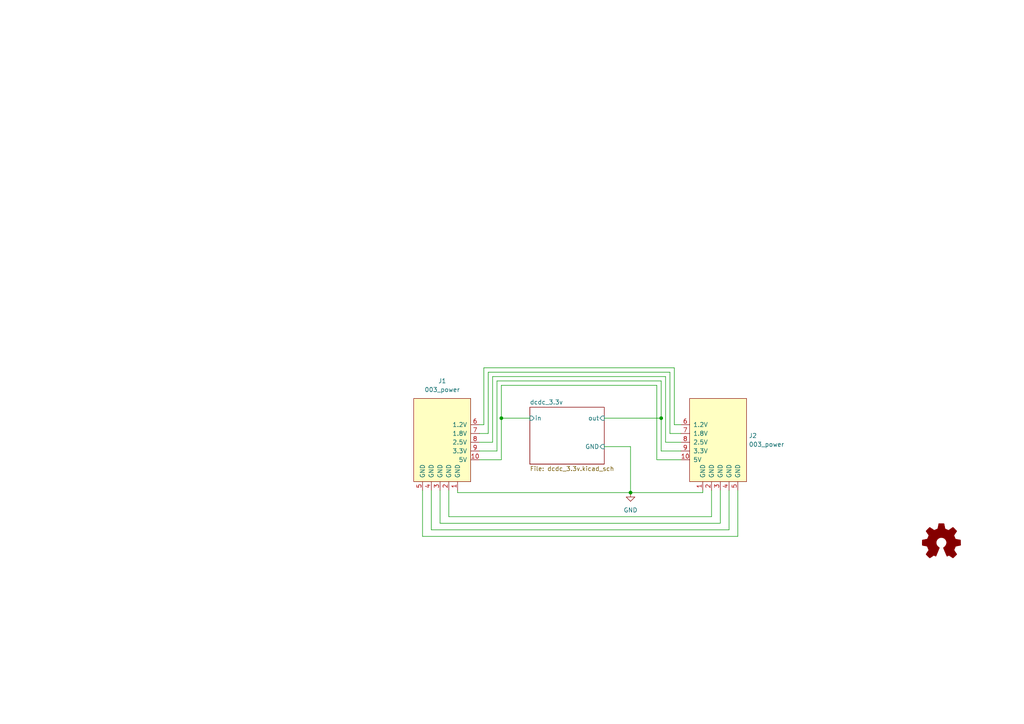
<source format=kicad_sch>
(kicad_sch (version 20211123) (generator eeschema)

  (uuid 57732dd3-1162-4c3f-88bd-31bf473d124d)

  (paper "A4")

  (lib_symbols
    (symbol "Graphic:Logo_Open_Hardware_Small" (pin_names (offset 1.016)) (in_bom yes) (on_board yes)
      (property "Reference" "#LOGO" (id 0) (at 0 6.985 0)
        (effects (font (size 1.27 1.27)) hide)
      )
      (property "Value" "Logo_Open_Hardware_Small" (id 1) (at 0 -5.715 0)
        (effects (font (size 1.27 1.27)) hide)
      )
      (property "Footprint" "" (id 2) (at 0 0 0)
        (effects (font (size 1.27 1.27)) hide)
      )
      (property "Datasheet" "~" (id 3) (at 0 0 0)
        (effects (font (size 1.27 1.27)) hide)
      )
      (property "ki_keywords" "Logo" (id 4) (at 0 0 0)
        (effects (font (size 1.27 1.27)) hide)
      )
      (property "ki_description" "Open Hardware logo, small" (id 5) (at 0 0 0)
        (effects (font (size 1.27 1.27)) hide)
      )
      (symbol "Logo_Open_Hardware_Small_0_1"
        (polyline
          (pts
            (xy 3.3528 -4.3434)
            (xy 3.302 -4.318)
            (xy 3.175 -4.2418)
            (xy 2.9972 -4.1148)
            (xy 2.7686 -3.9624)
            (xy 2.54 -3.81)
            (xy 2.3622 -3.7084)
            (xy 2.2352 -3.6068)
            (xy 2.1844 -3.5814)
            (xy 2.159 -3.6068)
            (xy 2.0574 -3.6576)
            (xy 1.905 -3.7338)
            (xy 1.8034 -3.7846)
            (xy 1.6764 -3.8354)
            (xy 1.6002 -3.8354)
            (xy 1.6002 -3.8354)
            (xy 1.5494 -3.7338)
            (xy 1.4732 -3.5306)
            (xy 1.3462 -3.302)
            (xy 1.2446 -3.0226)
            (xy 1.1176 -2.7178)
            (xy 0.9652 -2.413)
            (xy 0.8636 -2.1082)
            (xy 0.7366 -1.8288)
            (xy 0.6604 -1.6256)
            (xy 0.6096 -1.4732)
            (xy 0.5842 -1.397)
            (xy 0.5842 -1.397)
            (xy 0.6604 -1.3208)
            (xy 0.7874 -1.2446)
            (xy 1.0414 -1.016)
            (xy 1.2954 -0.6858)
            (xy 1.4478 -0.3302)
            (xy 1.524 0.0762)
            (xy 1.4732 0.4572)
            (xy 1.3208 0.8128)
            (xy 1.0668 1.143)
            (xy 0.762 1.3716)
            (xy 0.4064 1.524)
            (xy 0 1.5748)
            (xy -0.381 1.5494)
            (xy -0.7366 1.397)
            (xy -1.0668 1.143)
            (xy -1.2192 0.9906)
            (xy -1.397 0.6604)
            (xy -1.524 0.3048)
            (xy -1.524 0.2286)
            (xy -1.4986 -0.1778)
            (xy -1.397 -0.5334)
            (xy -1.1938 -0.8636)
            (xy -0.9144 -1.143)
            (xy -0.8636 -1.1684)
            (xy -0.7366 -1.27)
            (xy -0.635 -1.3462)
            (xy -0.5842 -1.397)
            (xy -1.0668 -2.5908)
            (xy -1.143 -2.794)
            (xy -1.2954 -3.1242)
            (xy -1.397 -3.4036)
            (xy -1.4986 -3.6322)
            (xy -1.5748 -3.7846)
            (xy -1.6002 -3.8354)
            (xy -1.6002 -3.8354)
            (xy -1.651 -3.8354)
            (xy -1.7272 -3.81)
            (xy -1.905 -3.7338)
            (xy -2.0066 -3.683)
            (xy -2.1336 -3.6068)
            (xy -2.2098 -3.5814)
            (xy -2.2606 -3.6068)
            (xy -2.3622 -3.683)
            (xy -2.54 -3.81)
            (xy -2.7686 -3.9624)
            (xy -2.9718 -4.0894)
            (xy -3.1496 -4.2164)
            (xy -3.302 -4.318)
            (xy -3.3528 -4.3434)
            (xy -3.3782 -4.3434)
            (xy -3.429 -4.318)
            (xy -3.5306 -4.2164)
            (xy -3.7084 -4.064)
            (xy -3.937 -3.8354)
            (xy -3.9624 -3.81)
            (xy -4.1656 -3.6068)
            (xy -4.318 -3.4544)
            (xy -4.4196 -3.3274)
            (xy -4.445 -3.2766)
            (xy -4.445 -3.2766)
            (xy -4.4196 -3.2258)
            (xy -4.318 -3.0734)
            (xy -4.2164 -2.8956)
            (xy -4.064 -2.667)
            (xy -3.6576 -2.0828)
            (xy -3.8862 -1.5494)
            (xy -3.937 -1.3716)
            (xy -4.0386 -1.1684)
            (xy -4.0894 -1.0414)
            (xy -4.1148 -0.9652)
            (xy -4.191 -0.9398)
            (xy -4.318 -0.9144)
            (xy -4.5466 -0.8636)
            (xy -4.8006 -0.8128)
            (xy -5.0546 -0.7874)
            (xy -5.2578 -0.7366)
            (xy -5.4356 -0.7112)
            (xy -5.5118 -0.6858)
            (xy -5.5118 -0.6858)
            (xy -5.5372 -0.635)
            (xy -5.5372 -0.5588)
            (xy -5.5372 -0.4318)
            (xy -5.5626 -0.2286)
            (xy -5.5626 0.0762)
            (xy -5.5626 0.127)
            (xy -5.5372 0.4064)
            (xy -5.5372 0.635)
            (xy -5.5372 0.762)
            (xy -5.5372 0.8382)
            (xy -5.5372 0.8382)
            (xy -5.461 0.8382)
            (xy -5.3086 0.889)
            (xy -5.08 0.9144)
            (xy -4.826 0.9652)
            (xy -4.8006 0.9906)
            (xy -4.5466 1.0414)
            (xy -4.318 1.0668)
            (xy -4.1656 1.1176)
            (xy -4.0894 1.143)
            (xy -4.0894 1.143)
            (xy -4.0386 1.2446)
            (xy -3.9624 1.4224)
            (xy -3.8608 1.6256)
            (xy -3.7846 1.8288)
            (xy -3.7084 2.0066)
            (xy -3.6576 2.159)
            (xy -3.6322 2.2098)
            (xy -3.6322 2.2098)
            (xy -3.683 2.286)
            (xy -3.7592 2.413)
            (xy -3.8862 2.5908)
            (xy -4.064 2.8194)
            (xy -4.064 2.8448)
            (xy -4.2164 3.0734)
            (xy -4.3434 3.2512)
            (xy -4.4196 3.3782)
            (xy -4.445 3.4544)
            (xy -4.445 3.4544)
            (xy -4.3942 3.5052)
            (xy -4.2926 3.6322)
            (xy -4.1148 3.81)
            (xy -3.937 4.0132)
            (xy -3.8608 4.064)
            (xy -3.6576 4.2926)
            (xy -3.5052 4.4196)
            (xy -3.4036 4.4958)
            (xy -3.3528 4.5212)
            (xy -3.3528 4.5212)
            (xy -3.302 4.4704)
            (xy -3.1496 4.3688)
            (xy -2.9718 4.2418)
            (xy -2.7432 4.0894)
            (xy -2.7178 4.0894)
            (xy -2.4892 3.937)
            (xy -2.3114 3.81)
            (xy -2.1844 3.7084)
            (xy -2.1336 3.683)
            (xy -2.1082 3.683)
            (xy -2.032 3.7084)
            (xy -1.8542 3.7592)
            (xy -1.6764 3.8354)
            (xy -1.4732 3.937)
            (xy -1.27 4.0132)
            (xy -1.143 4.064)
            (xy -1.0668 4.1148)
            (xy -1.0668 4.1148)
            (xy -1.0414 4.191)
            (xy -1.016 4.3434)
            (xy -0.9652 4.572)
            (xy -0.9144 4.8514)
            (xy -0.889 4.9022)
            (xy -0.8382 5.1562)
            (xy -0.8128 5.3848)
            (xy -0.7874 5.5372)
            (xy -0.762 5.588)
            (xy -0.7112 5.6134)
            (xy -0.5842 5.6134)
            (xy -0.4064 5.6134)
            (xy -0.1524 5.6134)
            (xy 0.0762 5.6134)
            (xy 0.3302 5.6134)
            (xy 0.5334 5.6134)
            (xy 0.6858 5.588)
            (xy 0.7366 5.588)
            (xy 0.7366 5.588)
            (xy 0.762 5.5118)
            (xy 0.8128 5.334)
            (xy 0.8382 5.1054)
            (xy 0.9144 4.826)
            (xy 0.9144 4.7752)
            (xy 0.9652 4.5212)
            (xy 1.016 4.2926)
            (xy 1.0414 4.1402)
            (xy 1.0668 4.0894)
            (xy 1.0668 4.0894)
            (xy 1.1938 4.0386)
            (xy 1.3716 3.9624)
            (xy 1.5748 3.8608)
            (xy 2.0828 3.6576)
            (xy 2.7178 4.0894)
            (xy 2.7686 4.1402)
            (xy 2.9972 4.2926)
            (xy 3.175 4.4196)
            (xy 3.302 4.4958)
            (xy 3.3782 4.5212)
            (xy 3.3782 4.5212)
            (xy 3.429 4.4704)
            (xy 3.556 4.3434)
            (xy 3.7338 4.191)
            (xy 3.9116 3.9878)
            (xy 4.064 3.8354)
            (xy 4.2418 3.6576)
            (xy 4.3434 3.556)
            (xy 4.4196 3.4798)
            (xy 4.4196 3.429)
            (xy 4.4196 3.4036)
            (xy 4.3942 3.3274)
            (xy 4.2926 3.2004)
            (xy 4.1656 2.9972)
            (xy 4.0132 2.794)
            (xy 3.8862 2.5908)
            (xy 3.7592 2.3876)
            (xy 3.6576 2.2352)
            (xy 3.6322 2.159)
            (xy 3.6322 2.1336)
            (xy 3.683 2.0066)
            (xy 3.7592 1.8288)
            (xy 3.8608 1.6002)
            (xy 4.064 1.1176)
            (xy 4.3942 1.0414)
            (xy 4.5974 1.016)
            (xy 4.8768 0.9652)
            (xy 5.1308 0.9144)
            (xy 5.5372 0.8382)
            (xy 5.5626 -0.6604)
            (xy 5.4864 -0.6858)
            (xy 5.4356 -0.6858)
            (xy 5.2832 -0.7366)
            (xy 5.0546 -0.762)
            (xy 4.8006 -0.8128)
            (xy 4.5974 -0.8636)
            (xy 4.3688 -0.9144)
            (xy 4.2164 -0.9398)
            (xy 4.1402 -0.9398)
            (xy 4.1148 -0.9652)
            (xy 4.064 -1.0668)
            (xy 3.9878 -1.2446)
            (xy 3.9116 -1.4478)
            (xy 3.81 -1.651)
            (xy 3.7338 -1.8542)
            (xy 3.683 -2.0066)
            (xy 3.6576 -2.0828)
            (xy 3.683 -2.1336)
            (xy 3.7846 -2.2606)
            (xy 3.8862 -2.4638)
            (xy 4.0386 -2.667)
            (xy 4.191 -2.8956)
            (xy 4.318 -3.0734)
            (xy 4.3942 -3.2004)
            (xy 4.445 -3.2766)
            (xy 4.4196 -3.3274)
            (xy 4.3434 -3.429)
            (xy 4.1656 -3.5814)
            (xy 3.937 -3.8354)
            (xy 3.8862 -3.8608)
            (xy 3.683 -4.064)
            (xy 3.5306 -4.2164)
            (xy 3.4036 -4.318)
            (xy 3.3528 -4.3434)
          )
          (stroke (width 0) (type default) (color 0 0 0 0))
          (fill (type outline))
        )
      )
    )
    (symbol "power:GND" (power) (pin_names (offset 0)) (in_bom yes) (on_board yes)
      (property "Reference" "#PWR" (id 0) (at 0 -6.35 0)
        (effects (font (size 1.27 1.27)) hide)
      )
      (property "Value" "GND" (id 1) (at 0 -3.81 0)
        (effects (font (size 1.27 1.27)))
      )
      (property "Footprint" "" (id 2) (at 0 0 0)
        (effects (font (size 1.27 1.27)) hide)
      )
      (property "Datasheet" "" (id 3) (at 0 0 0)
        (effects (font (size 1.27 1.27)) hide)
      )
      (property "ki_keywords" "power-flag" (id 4) (at 0 0 0)
        (effects (font (size 1.27 1.27)) hide)
      )
      (property "ki_description" "Power symbol creates a global label with name \"GND\" , ground" (id 5) (at 0 0 0)
        (effects (font (size 1.27 1.27)) hide)
      )
      (symbol "GND_0_1"
        (polyline
          (pts
            (xy 0 0)
            (xy 0 -1.27)
            (xy 1.27 -1.27)
            (xy 0 -2.54)
            (xy -1.27 -1.27)
            (xy 0 -1.27)
          )
          (stroke (width 0) (type default) (color 0 0 0 0))
          (fill (type none))
        )
      )
      (symbol "GND_1_1"
        (pin power_in line (at 0 0 270) (length 0) hide
          (name "GND" (effects (font (size 1.27 1.27))))
          (number "1" (effects (font (size 1.27 1.27))))
        )
      )
    )
    (symbol "put_on_edge:003_power" (pin_names (offset 1.016)) (in_bom yes) (on_board yes)
      (property "Reference" "J" (id 0) (at -2.54 13.97 0)
        (effects (font (size 1.27 1.27)))
      )
      (property "Value" "003_power" (id 1) (at 8.89 13.97 0)
        (effects (font (size 1.27 1.27)))
      )
      (property "Footprint" "" (id 2) (at 7.62 16.51 0)
        (effects (font (size 1.27 1.27)) hide)
      )
      (property "Datasheet" "" (id 3) (at 7.62 16.51 0)
        (effects (font (size 1.27 1.27)) hide)
      )
      (symbol "003_power_0_1"
        (rectangle (start -8.89 12.7) (end 7.62 -11.43)
          (stroke (width 0) (type default) (color 0 0 0 0))
          (fill (type background))
        )
      )
      (symbol "003_power_1_1"
        (pin power_in line (at -5.08 -13.97 90) (length 2.54)
          (name "GND" (effects (font (size 1.27 1.27))))
          (number "1" (effects (font (size 1.27 1.27))))
        )
        (pin power_out line (at -11.43 -5.08 0) (length 2.54)
          (name "5V" (effects (font (size 1.27 1.27))))
          (number "10" (effects (font (size 1.27 1.27))))
        )
        (pin power_in line (at -2.54 -13.97 90) (length 2.54)
          (name "GND" (effects (font (size 1.27 1.27))))
          (number "2" (effects (font (size 1.27 1.27))))
        )
        (pin power_in line (at 0 -13.97 90) (length 2.54)
          (name "GND" (effects (font (size 1.27 1.27))))
          (number "3" (effects (font (size 1.27 1.27))))
        )
        (pin power_in line (at 2.54 -13.97 90) (length 2.54)
          (name "GND" (effects (font (size 1.27 1.27))))
          (number "4" (effects (font (size 1.27 1.27))))
        )
        (pin power_in line (at 5.08 -13.97 90) (length 2.54)
          (name "GND" (effects (font (size 1.27 1.27))))
          (number "5" (effects (font (size 1.27 1.27))))
        )
        (pin power_out line (at -11.43 5.08 0) (length 2.54)
          (name "1.2V" (effects (font (size 1.27 1.27))))
          (number "6" (effects (font (size 1.27 1.27))))
        )
        (pin power_out line (at -11.43 2.54 0) (length 2.54)
          (name "1.8V" (effects (font (size 1.27 1.27))))
          (number "7" (effects (font (size 1.27 1.27))))
        )
        (pin power_out line (at -11.43 0 0) (length 2.54)
          (name "2.5V" (effects (font (size 1.27 1.27))))
          (number "8" (effects (font (size 1.27 1.27))))
        )
        (pin power_out line (at -11.43 -2.54 0) (length 2.54)
          (name "3.3V" (effects (font (size 1.27 1.27))))
          (number "9" (effects (font (size 1.27 1.27))))
        )
      )
    )
  )

  (junction (at 145.415 121.285) (diameter 0) (color 0 0 0 0)
    (uuid 0983a2cc-818f-482c-8744-248c4f4844d7)
  )
  (junction (at 182.88 142.875) (diameter 0) (color 0 0 0 0)
    (uuid 5656b3bd-b8d6-4443-b314-73607505ca02)
  )
  (junction (at 191.77 121.285) (diameter 0) (color 0 0 0 0)
    (uuid 83acebb7-f70d-4aad-8da0-569f9063fd7c)
  )

  (wire (pts (xy 195.58 123.19) (xy 197.485 123.19))
    (stroke (width 0) (type default) (color 0 0 0 0))
    (uuid 002b7d82-6c33-4adf-8a5f-115d8203f8dc)
  )
  (wire (pts (xy 139.065 133.35) (xy 145.415 133.35))
    (stroke (width 0) (type default) (color 0 0 0 0))
    (uuid 02fb344e-b12d-41d5-b5d2-8971350c2ced)
  )
  (wire (pts (xy 122.555 155.575) (xy 213.995 155.575))
    (stroke (width 0) (type default) (color 0 0 0 0))
    (uuid 04e51238-6659-4cf5-b665-f8ba2700c772)
  )
  (wire (pts (xy 140.335 123.19) (xy 140.335 106.68))
    (stroke (width 0) (type default) (color 0 0 0 0))
    (uuid 09256a7e-c14e-4c07-8733-7ea7759a7673)
  )
  (wire (pts (xy 145.415 121.285) (xy 153.67 121.285))
    (stroke (width 0) (type default) (color 0 0 0 0))
    (uuid 0be70b45-1194-48c8-a271-8df13f71c968)
  )
  (wire (pts (xy 142.875 109.22) (xy 193.04 109.22))
    (stroke (width 0) (type default) (color 0 0 0 0))
    (uuid 0cc3cb53-aa65-4fe5-8b13-8ec83ba05126)
  )
  (wire (pts (xy 194.31 125.73) (xy 194.31 107.95))
    (stroke (width 0) (type default) (color 0 0 0 0))
    (uuid 1ca1f25f-9d8d-409b-a993-470d0ce16b7a)
  )
  (wire (pts (xy 130.175 142.24) (xy 130.175 149.86))
    (stroke (width 0) (type default) (color 0 0 0 0))
    (uuid 1f2255aa-2dd4-4996-b5e1-4fb7e65c87f8)
  )
  (wire (pts (xy 190.5 133.35) (xy 197.485 133.35))
    (stroke (width 0) (type default) (color 0 0 0 0))
    (uuid 259dea87-5c99-44d1-96b1-a81d4985a517)
  )
  (wire (pts (xy 141.605 107.95) (xy 141.605 125.73))
    (stroke (width 0) (type default) (color 0 0 0 0))
    (uuid 27cad38d-6b8e-4c34-a6b5-ea866f11280c)
  )
  (wire (pts (xy 175.26 121.285) (xy 191.77 121.285))
    (stroke (width 0) (type default) (color 0 0 0 0))
    (uuid 3c14ef8e-2433-4764-b382-5ced2015b25e)
  )
  (wire (pts (xy 142.875 128.27) (xy 142.875 109.22))
    (stroke (width 0) (type default) (color 0 0 0 0))
    (uuid 442e1f1f-3d22-49e5-8fdb-2c1b2eee8022)
  )
  (wire (pts (xy 141.605 125.73) (xy 139.065 125.73))
    (stroke (width 0) (type default) (color 0 0 0 0))
    (uuid 47aeea45-ca6f-468d-89c5-6836239513ef)
  )
  (wire (pts (xy 208.915 151.765) (xy 208.915 142.24))
    (stroke (width 0) (type default) (color 0 0 0 0))
    (uuid 4d01736c-7932-43cd-9c89-ae8df68fdfb0)
  )
  (wire (pts (xy 130.175 149.86) (xy 206.375 149.86))
    (stroke (width 0) (type default) (color 0 0 0 0))
    (uuid 5971a58e-788d-4670-879d-de5f22541fe6)
  )
  (wire (pts (xy 182.88 129.54) (xy 182.88 142.875))
    (stroke (width 0) (type default) (color 0 0 0 0))
    (uuid 5a1fc14d-1d6f-444c-82b2-77ce3f0eeb3f)
  )
  (wire (pts (xy 211.455 153.67) (xy 125.095 153.67))
    (stroke (width 0) (type default) (color 0 0 0 0))
    (uuid 64918164-9031-47ad-a821-f861a4e1a4bb)
  )
  (wire (pts (xy 140.335 106.68) (xy 195.58 106.68))
    (stroke (width 0) (type default) (color 0 0 0 0))
    (uuid 65aa903e-0f38-4572-ab86-5510053916df)
  )
  (wire (pts (xy 193.04 109.22) (xy 193.04 128.27))
    (stroke (width 0) (type default) (color 0 0 0 0))
    (uuid 69266bfa-3507-425d-b0d4-0a2a781cc8fc)
  )
  (wire (pts (xy 127.635 142.24) (xy 127.635 151.765))
    (stroke (width 0) (type default) (color 0 0 0 0))
    (uuid 6ce9eaea-86bb-4374-b525-c541cc7152c6)
  )
  (wire (pts (xy 194.31 107.95) (xy 141.605 107.95))
    (stroke (width 0) (type default) (color 0 0 0 0))
    (uuid 732a96cc-d4b1-4aeb-b7a4-2a12fb428e1f)
  )
  (wire (pts (xy 145.415 121.285) (xy 145.415 111.76))
    (stroke (width 0) (type default) (color 0 0 0 0))
    (uuid 776cb79d-33e7-4615-b9a8-b104018666eb)
  )
  (wire (pts (xy 145.415 111.76) (xy 190.5 111.76))
    (stroke (width 0) (type default) (color 0 0 0 0))
    (uuid 781137c7-b39e-49b2-900f-20cef8c018f7)
  )
  (wire (pts (xy 144.145 130.81) (xy 139.065 130.81))
    (stroke (width 0) (type default) (color 0 0 0 0))
    (uuid 78a44d2f-cfd9-4518-b1ac-65d7d0df74d8)
  )
  (wire (pts (xy 195.58 106.68) (xy 195.58 123.19))
    (stroke (width 0) (type default) (color 0 0 0 0))
    (uuid 8a7af59f-ba41-44fb-bd6a-24388c792ea2)
  )
  (wire (pts (xy 191.77 121.285) (xy 191.77 110.49))
    (stroke (width 0) (type default) (color 0 0 0 0))
    (uuid 8b68a92c-3db6-4505-acda-e7d47d1b949b)
  )
  (wire (pts (xy 122.555 142.24) (xy 122.555 155.575))
    (stroke (width 0) (type default) (color 0 0 0 0))
    (uuid 8cd6e8ed-37b3-4b78-8cbe-92860a19decd)
  )
  (wire (pts (xy 193.04 128.27) (xy 197.485 128.27))
    (stroke (width 0) (type default) (color 0 0 0 0))
    (uuid 9840faa4-7f16-4d38-81b2-ec522b0313f5)
  )
  (wire (pts (xy 197.485 130.81) (xy 191.77 130.81))
    (stroke (width 0) (type default) (color 0 0 0 0))
    (uuid 9d071c56-d3c3-4e46-8a5f-f6aced2f9ad0)
  )
  (wire (pts (xy 211.455 142.24) (xy 211.455 153.67))
    (stroke (width 0) (type default) (color 0 0 0 0))
    (uuid 9d48e11a-9302-4f2e-b650-2bba73021cd5)
  )
  (wire (pts (xy 139.065 123.19) (xy 140.335 123.19))
    (stroke (width 0) (type default) (color 0 0 0 0))
    (uuid a303c639-892b-4946-8948-5e4eb78cdd87)
  )
  (wire (pts (xy 125.095 153.67) (xy 125.095 142.24))
    (stroke (width 0) (type default) (color 0 0 0 0))
    (uuid a52d189b-0234-41bf-908c-189ca3fd2080)
  )
  (wire (pts (xy 132.715 142.875) (xy 132.715 142.24))
    (stroke (width 0) (type default) (color 0 0 0 0))
    (uuid abfc7978-287e-4dee-8f64-21451c451b89)
  )
  (wire (pts (xy 203.835 142.24) (xy 203.835 142.875))
    (stroke (width 0) (type default) (color 0 0 0 0))
    (uuid b2b55075-1b99-40b8-a1ed-9c36dd22c2b7)
  )
  (wire (pts (xy 175.26 129.54) (xy 182.88 129.54))
    (stroke (width 0) (type default) (color 0 0 0 0))
    (uuid b5f50e6e-6728-4454-96f5-44e0bc388ce5)
  )
  (wire (pts (xy 197.485 125.73) (xy 194.31 125.73))
    (stroke (width 0) (type default) (color 0 0 0 0))
    (uuid bcf616ec-573e-4ab0-804f-54afba4f253b)
  )
  (wire (pts (xy 127.635 151.765) (xy 208.915 151.765))
    (stroke (width 0) (type default) (color 0 0 0 0))
    (uuid be7474ec-8388-483a-ab90-29dba87634c1)
  )
  (wire (pts (xy 206.375 149.86) (xy 206.375 142.24))
    (stroke (width 0) (type default) (color 0 0 0 0))
    (uuid c36a4df7-9c16-4008-983e-c4aecdc85b3d)
  )
  (wire (pts (xy 190.5 111.76) (xy 190.5 133.35))
    (stroke (width 0) (type default) (color 0 0 0 0))
    (uuid c9fd95ee-0fd9-47ed-9020-26d83ac36768)
  )
  (wire (pts (xy 191.77 130.81) (xy 191.77 121.285))
    (stroke (width 0) (type default) (color 0 0 0 0))
    (uuid ccae0385-5a32-4ede-96ac-1e7b350703a6)
  )
  (wire (pts (xy 144.145 110.49) (xy 144.145 130.81))
    (stroke (width 0) (type default) (color 0 0 0 0))
    (uuid d55a920c-233f-4a8d-b864-99d96c747d12)
  )
  (wire (pts (xy 191.77 110.49) (xy 144.145 110.49))
    (stroke (width 0) (type default) (color 0 0 0 0))
    (uuid d88071a8-945f-47ba-a67e-0fb90493be87)
  )
  (wire (pts (xy 139.065 128.27) (xy 142.875 128.27))
    (stroke (width 0) (type default) (color 0 0 0 0))
    (uuid d8ca67fd-0a71-4e3f-b053-d93156c503a2)
  )
  (wire (pts (xy 145.415 133.35) (xy 145.415 121.285))
    (stroke (width 0) (type default) (color 0 0 0 0))
    (uuid d8d9c49e-6d4f-4784-b79a-ab6a48423dcd)
  )
  (wire (pts (xy 213.995 155.575) (xy 213.995 142.24))
    (stroke (width 0) (type default) (color 0 0 0 0))
    (uuid ddbdcf31-c677-4a70-bba2-f929b0e52c6c)
  )
  (wire (pts (xy 182.88 142.875) (xy 203.835 142.875))
    (stroke (width 0) (type default) (color 0 0 0 0))
    (uuid e53ea539-e667-4167-b63d-5b9e49dd0efa)
  )
  (wire (pts (xy 182.88 142.875) (xy 132.715 142.875))
    (stroke (width 0) (type default) (color 0 0 0 0))
    (uuid f94ceb52-94dc-4a35-a9fa-0a596758543c)
  )

  (symbol (lib_id "put_on_edge:003_power") (at 208.915 128.27 0) (unit 1)
    (in_bom yes) (on_board yes) (fields_autoplaced)
    (uuid 36c6ad85-b271-4e21-865d-920ad41a4a72)
    (property "Reference" "J2" (id 0) (at 217.17 126.3649 0)
      (effects (font (size 1.27 1.27)) (justify left))
    )
    (property "Value" "003_power" (id 1) (at 217.17 128.9049 0)
      (effects (font (size 1.27 1.27)) (justify left))
    )
    (property "Footprint" "on_edge:on_edge_2x05_host" (id 2) (at 216.535 111.76 0)
      (effects (font (size 1.27 1.27)) hide)
    )
    (property "Datasheet" "" (id 3) (at 216.535 111.76 0)
      (effects (font (size 1.27 1.27)) hide)
    )
    (pin "1" (uuid 94451ef4-0260-4fd9-9dc4-92e9924f3adb))
    (pin "10" (uuid 55623680-d7e4-4d52-8f5a-895777dbae86))
    (pin "2" (uuid 88b3e635-edfd-467d-ae99-145d6b2d767a))
    (pin "3" (uuid 3cde7809-5e66-4eda-881f-19c99a3d314a))
    (pin "4" (uuid 103e3fde-777b-41e9-8389-c3b00012b4da))
    (pin "5" (uuid efba8be1-d293-4c43-9f64-02d2e3c54118))
    (pin "6" (uuid 03978dd4-917e-46d2-bc91-48c81de8a4b5))
    (pin "7" (uuid bbfbc465-54d2-43a7-b5bf-c89ded88796c))
    (pin "8" (uuid 5c1521ff-22c7-4485-839e-923497449cc1))
    (pin "9" (uuid ec5572e6-30fc-4966-a6ea-7f4f232a752c))
  )

  (symbol (lib_id "put_on_edge:003_power") (at 127.635 128.27 0) (mirror y) (unit 1)
    (in_bom yes) (on_board yes) (fields_autoplaced)
    (uuid 74b47f9f-fd2f-4e0a-8da1-4c40ec208c91)
    (property "Reference" "J1" (id 0) (at 128.27 110.49 0))
    (property "Value" "003_power" (id 1) (at 128.27 113.03 0))
    (property "Footprint" "on_edge:on_edge_2x05_device" (id 2) (at 120.015 111.76 0)
      (effects (font (size 1.27 1.27)) hide)
    )
    (property "Datasheet" "" (id 3) (at 120.015 111.76 0)
      (effects (font (size 1.27 1.27)) hide)
    )
    (pin "1" (uuid e53363cd-e5b0-40cd-9924-4f1734aba985))
    (pin "10" (uuid 549a0334-6788-48f6-b91e-7b35516533e9))
    (pin "2" (uuid 60caca26-d078-4272-8e76-c8783de2e113))
    (pin "3" (uuid 84a238f8-4921-4373-9f13-8e2a060f2a6d))
    (pin "4" (uuid a2436d15-4136-47bf-95a3-b05279396ea7))
    (pin "5" (uuid de34158b-8113-4fe1-959f-7dad57816d3d))
    (pin "6" (uuid a25bb457-62ae-4089-aed8-660a07fba3eb))
    (pin "7" (uuid aa80b177-19e1-4d43-b7f6-ab92a162465e))
    (pin "8" (uuid 0a8f29ff-9386-4c52-a5c4-b00df296ce9a))
    (pin "9" (uuid ada1e6fb-836e-47a5-91ed-4bac3e867ad2))
  )

  (symbol (lib_id "power:GND") (at 182.88 142.875 0) (unit 1)
    (in_bom yes) (on_board yes) (fields_autoplaced)
    (uuid 971afa99-5d33-4a72-a8e1-edd3c45138ed)
    (property "Reference" "#PWR0101" (id 0) (at 182.88 149.225 0)
      (effects (font (size 1.27 1.27)) hide)
    )
    (property "Value" "GND" (id 1) (at 182.88 147.955 0))
    (property "Footprint" "" (id 2) (at 182.88 142.875 0)
      (effects (font (size 1.27 1.27)) hide)
    )
    (property "Datasheet" "" (id 3) (at 182.88 142.875 0)
      (effects (font (size 1.27 1.27)) hide)
    )
    (pin "1" (uuid 0e12e353-ffd6-4e27-8957-653e209f57b0))
  )

  (symbol (lib_id "Graphic:Logo_Open_Hardware_Small") (at 273.05 157.48 0) (unit 1)
    (in_bom yes) (on_board yes) (fields_autoplaced)
    (uuid b72b6f4a-7489-40f2-bb90-d75ae01aa368)
    (property "Reference" "LOGO1" (id 0) (at 273.05 150.495 0)
      (effects (font (size 1.27 1.27)) hide)
    )
    (property "Value" "Logo_Open_Hardware_Small" (id 1) (at 273.05 163.195 0)
      (effects (font (size 1.27 1.27)) hide)
    )
    (property "Footprint" "Symbol:OSHW-Symbol_6.7x6mm_SilkScreen" (id 2) (at 273.05 157.48 0)
      (effects (font (size 1.27 1.27)) hide)
    )
    (property "Datasheet" "~" (id 3) (at 273.05 157.48 0)
      (effects (font (size 1.27 1.27)) hide)
    )
  )

  (sheet (at 153.67 118.11) (size 21.59 16.51) (fields_autoplaced)
    (stroke (width 0.1524) (type solid) (color 0 0 0 0))
    (fill (color 0 0 0 0.0000))
    (uuid 767ce4c6-0e55-4543-92f0-34cb8237a544)
    (property "Sheet name" "dcdc_3.3v" (id 0) (at 153.67 117.3984 0)
      (effects (font (size 1.27 1.27)) (justify left bottom))
    )
    (property "Sheet file" "dcdc_3.3v.kicad_sch" (id 1) (at 153.67 135.2046 0)
      (effects (font (size 1.27 1.27)) (justify left top))
    )
    (pin "GND" input (at 175.26 129.54 0)
      (effects (font (size 1.27 1.27)) (justify right))
      (uuid 466cf29f-04d2-4303-aa26-8ec28548d2f2)
    )
    (pin "in" input (at 153.67 121.285 180)
      (effects (font (size 1.27 1.27)) (justify left))
      (uuid 1e4bcc2d-531c-4734-97a6-20a1f14a26e0)
    )
    (pin "out" input (at 175.26 121.285 0)
      (effects (font (size 1.27 1.27)) (justify right))
      (uuid 5cef8731-976f-45ae-9a55-9c24bd52248f)
    )
  )

  (sheet_instances
    (path "/" (page "1"))
    (path "/767ce4c6-0e55-4543-92f0-34cb8237a544" (page "2"))
  )

  (symbol_instances
    (path "/971afa99-5d33-4a72-a8e1-edd3c45138ed"
      (reference "#PWR0101") (unit 1) (value "GND") (footprint "")
    )
    (path "/767ce4c6-0e55-4543-92f0-34cb8237a544/a60c0d1c-e7ad-4308-ac85-b391a5a3e3f6"
      (reference "C1") (unit 1) (value "22uF") (footprint "Capacitor_SMD:C_0603_1608Metric")
    )
    (path "/767ce4c6-0e55-4543-92f0-34cb8237a544/91a46cb4-d220-4883-b3f9-e568b955e38e"
      (reference "C2") (unit 1) (value "22pF") (footprint "Capacitor_SMD:C_0402_1005Metric")
    )
    (path "/767ce4c6-0e55-4543-92f0-34cb8237a544/f6bf208c-b957-49ad-b82e-28838b8f21e2"
      (reference "C3") (unit 1) (value "22uF") (footprint "Capacitor_SMD:C_0603_1608Metric")
    )
    (path "/767ce4c6-0e55-4543-92f0-34cb8237a544/64af0df8-7f41-4bb8-b50a-e079cb213d11"
      (reference "C4") (unit 1) (value "22uF") (footprint "Capacitor_SMD:C_0603_1608Metric")
    )
    (path "/767ce4c6-0e55-4543-92f0-34cb8237a544/6c6faa2a-5196-4975-8fe7-0051813f4b23"
      (reference "FB1") (unit 1) (value "120R") (footprint "Resistor_SMD:R_0805_2012Metric")
    )
    (path "/74b47f9f-fd2f-4e0a-8da1-4c40ec208c91"
      (reference "J1") (unit 1) (value "003_power") (footprint "on_edge:on_edge_2x05_device")
    )
    (path "/36c6ad85-b271-4e21-865d-920ad41a4a72"
      (reference "J2") (unit 1) (value "003_power") (footprint "on_edge:on_edge_2x05_host")
    )
    (path "/767ce4c6-0e55-4543-92f0-34cb8237a544/6496190f-da8f-4708-a07e-c75f97c01e79"
      (reference "L1") (unit 1) (value "2.2uH") (footprint "Inductor_SMD:L_Taiyo-Yuden_NR-50xx")
    )
    (path "/b72b6f4a-7489-40f2-bb90-d75ae01aa368"
      (reference "LOGO1") (unit 1) (value "Logo_Open_Hardware_Small") (footprint "Symbol:OSHW-Symbol_6.7x6mm_SilkScreen")
    )
    (path "/767ce4c6-0e55-4543-92f0-34cb8237a544/1457747b-2fc9-4ac7-8b63-7947bf2ada0d"
      (reference "R1") (unit 1) (value "453k") (footprint "Capacitor_SMD:C_0402_1005Metric")
    )
    (path "/767ce4c6-0e55-4543-92f0-34cb8237a544/b94a987f-afdf-430c-b416-83464cbfb14a"
      (reference "R2") (unit 1) (value "100k") (footprint "Capacitor_SMD:C_0402_1005Metric")
    )
    (path "/767ce4c6-0e55-4543-92f0-34cb8237a544/edab5711-c4fa-4dbd-98b1-2adf6590b8cf"
      (reference "U1") (unit 1) (value "AP3429") (footprint "Package_TO_SOT_SMD:TSOT-23-5")
    )
  )
)

</source>
